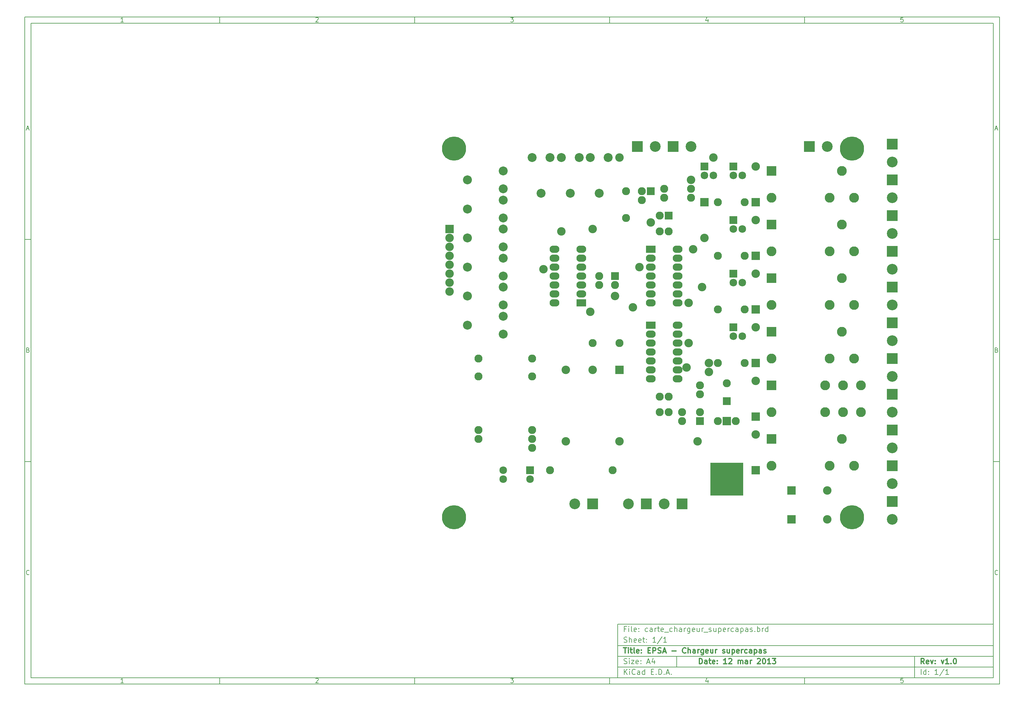
<source format=gbs>
G04 (created by PCBNEW-RS274X (2012-01-19 BZR 3256)-stable) date 12/03/2013 15:56:57*
G01*
G70*
G90*
%MOIN*%
G04 Gerber Fmt 3.4, Leading zero omitted, Abs format*
%FSLAX34Y34*%
G04 APERTURE LIST*
%ADD10C,0.006000*%
%ADD11C,0.012000*%
%ADD12C,0.090000*%
%ADD13R,0.090000X0.090000*%
%ADD14C,0.085000*%
%ADD15C,0.100000*%
%ADD16R,0.110000X0.110000*%
%ADD17C,0.110000*%
%ADD18C,0.095000*%
%ADD19R,0.095000X0.095000*%
%ADD20R,0.110000X0.082000*%
%ADD21O,0.110000X0.082000*%
%ADD22C,0.270000*%
%ADD23R,0.370000X0.370000*%
%ADD24R,0.120000X0.120000*%
%ADD25C,0.120000*%
G04 APERTURE END LIST*
G54D10*
X04000Y-04000D02*
X113000Y-04000D01*
X113000Y-78670D01*
X04000Y-78670D01*
X04000Y-04000D01*
X04700Y-04700D02*
X112300Y-04700D01*
X112300Y-77970D01*
X04700Y-77970D01*
X04700Y-04700D01*
X25800Y-04000D02*
X25800Y-04700D01*
X15043Y-04552D02*
X14757Y-04552D01*
X14900Y-04552D02*
X14900Y-04052D01*
X14852Y-04124D01*
X14805Y-04171D01*
X14757Y-04195D01*
X25800Y-78670D02*
X25800Y-77970D01*
X15043Y-78522D02*
X14757Y-78522D01*
X14900Y-78522D02*
X14900Y-78022D01*
X14852Y-78094D01*
X14805Y-78141D01*
X14757Y-78165D01*
X47600Y-04000D02*
X47600Y-04700D01*
X36557Y-04100D02*
X36581Y-04076D01*
X36629Y-04052D01*
X36748Y-04052D01*
X36795Y-04076D01*
X36819Y-04100D01*
X36843Y-04148D01*
X36843Y-04195D01*
X36819Y-04267D01*
X36533Y-04552D01*
X36843Y-04552D01*
X47600Y-78670D02*
X47600Y-77970D01*
X36557Y-78070D02*
X36581Y-78046D01*
X36629Y-78022D01*
X36748Y-78022D01*
X36795Y-78046D01*
X36819Y-78070D01*
X36843Y-78118D01*
X36843Y-78165D01*
X36819Y-78237D01*
X36533Y-78522D01*
X36843Y-78522D01*
X69400Y-04000D02*
X69400Y-04700D01*
X58333Y-04052D02*
X58643Y-04052D01*
X58476Y-04243D01*
X58548Y-04243D01*
X58595Y-04267D01*
X58619Y-04290D01*
X58643Y-04338D01*
X58643Y-04457D01*
X58619Y-04505D01*
X58595Y-04529D01*
X58548Y-04552D01*
X58405Y-04552D01*
X58357Y-04529D01*
X58333Y-04505D01*
X69400Y-78670D02*
X69400Y-77970D01*
X58333Y-78022D02*
X58643Y-78022D01*
X58476Y-78213D01*
X58548Y-78213D01*
X58595Y-78237D01*
X58619Y-78260D01*
X58643Y-78308D01*
X58643Y-78427D01*
X58619Y-78475D01*
X58595Y-78499D01*
X58548Y-78522D01*
X58405Y-78522D01*
X58357Y-78499D01*
X58333Y-78475D01*
X91200Y-04000D02*
X91200Y-04700D01*
X80395Y-04219D02*
X80395Y-04552D01*
X80276Y-04029D02*
X80157Y-04386D01*
X80467Y-04386D01*
X91200Y-78670D02*
X91200Y-77970D01*
X80395Y-78189D02*
X80395Y-78522D01*
X80276Y-77999D02*
X80157Y-78356D01*
X80467Y-78356D01*
X102219Y-04052D02*
X101981Y-04052D01*
X101957Y-04290D01*
X101981Y-04267D01*
X102029Y-04243D01*
X102148Y-04243D01*
X102195Y-04267D01*
X102219Y-04290D01*
X102243Y-04338D01*
X102243Y-04457D01*
X102219Y-04505D01*
X102195Y-04529D01*
X102148Y-04552D01*
X102029Y-04552D01*
X101981Y-04529D01*
X101957Y-04505D01*
X102219Y-78022D02*
X101981Y-78022D01*
X101957Y-78260D01*
X101981Y-78237D01*
X102029Y-78213D01*
X102148Y-78213D01*
X102195Y-78237D01*
X102219Y-78260D01*
X102243Y-78308D01*
X102243Y-78427D01*
X102219Y-78475D01*
X102195Y-78499D01*
X102148Y-78522D01*
X102029Y-78522D01*
X101981Y-78499D01*
X101957Y-78475D01*
X04000Y-28890D02*
X04700Y-28890D01*
X04231Y-16510D02*
X04469Y-16510D01*
X04184Y-16652D02*
X04350Y-16152D01*
X04517Y-16652D01*
X113000Y-28890D02*
X112300Y-28890D01*
X112531Y-16510D02*
X112769Y-16510D01*
X112484Y-16652D02*
X112650Y-16152D01*
X112817Y-16652D01*
X04000Y-53780D02*
X04700Y-53780D01*
X04386Y-41280D02*
X04457Y-41304D01*
X04481Y-41328D01*
X04505Y-41376D01*
X04505Y-41447D01*
X04481Y-41495D01*
X04457Y-41519D01*
X04410Y-41542D01*
X04219Y-41542D01*
X04219Y-41042D01*
X04386Y-41042D01*
X04433Y-41066D01*
X04457Y-41090D01*
X04481Y-41138D01*
X04481Y-41185D01*
X04457Y-41233D01*
X04433Y-41257D01*
X04386Y-41280D01*
X04219Y-41280D01*
X113000Y-53780D02*
X112300Y-53780D01*
X112686Y-41280D02*
X112757Y-41304D01*
X112781Y-41328D01*
X112805Y-41376D01*
X112805Y-41447D01*
X112781Y-41495D01*
X112757Y-41519D01*
X112710Y-41542D01*
X112519Y-41542D01*
X112519Y-41042D01*
X112686Y-41042D01*
X112733Y-41066D01*
X112757Y-41090D01*
X112781Y-41138D01*
X112781Y-41185D01*
X112757Y-41233D01*
X112733Y-41257D01*
X112686Y-41280D01*
X112519Y-41280D01*
X04505Y-66385D02*
X04481Y-66409D01*
X04410Y-66432D01*
X04362Y-66432D01*
X04290Y-66409D01*
X04243Y-66361D01*
X04219Y-66313D01*
X04195Y-66218D01*
X04195Y-66147D01*
X04219Y-66051D01*
X04243Y-66004D01*
X04290Y-65956D01*
X04362Y-65932D01*
X04410Y-65932D01*
X04481Y-65956D01*
X04505Y-65980D01*
X112805Y-66385D02*
X112781Y-66409D01*
X112710Y-66432D01*
X112662Y-66432D01*
X112590Y-66409D01*
X112543Y-66361D01*
X112519Y-66313D01*
X112495Y-66218D01*
X112495Y-66147D01*
X112519Y-66051D01*
X112543Y-66004D01*
X112590Y-65956D01*
X112662Y-65932D01*
X112710Y-65932D01*
X112781Y-65956D01*
X112805Y-65980D01*
G54D11*
X79443Y-76413D02*
X79443Y-75813D01*
X79586Y-75813D01*
X79671Y-75841D01*
X79729Y-75899D01*
X79757Y-75956D01*
X79786Y-76070D01*
X79786Y-76156D01*
X79757Y-76270D01*
X79729Y-76327D01*
X79671Y-76384D01*
X79586Y-76413D01*
X79443Y-76413D01*
X80300Y-76413D02*
X80300Y-76099D01*
X80271Y-76041D01*
X80214Y-76013D01*
X80100Y-76013D01*
X80043Y-76041D01*
X80300Y-76384D02*
X80243Y-76413D01*
X80100Y-76413D01*
X80043Y-76384D01*
X80014Y-76327D01*
X80014Y-76270D01*
X80043Y-76213D01*
X80100Y-76184D01*
X80243Y-76184D01*
X80300Y-76156D01*
X80500Y-76013D02*
X80729Y-76013D01*
X80586Y-75813D02*
X80586Y-76327D01*
X80614Y-76384D01*
X80672Y-76413D01*
X80729Y-76413D01*
X81157Y-76384D02*
X81100Y-76413D01*
X80986Y-76413D01*
X80929Y-76384D01*
X80900Y-76327D01*
X80900Y-76099D01*
X80929Y-76041D01*
X80986Y-76013D01*
X81100Y-76013D01*
X81157Y-76041D01*
X81186Y-76099D01*
X81186Y-76156D01*
X80900Y-76213D01*
X81443Y-76356D02*
X81471Y-76384D01*
X81443Y-76413D01*
X81414Y-76384D01*
X81443Y-76356D01*
X81443Y-76413D01*
X81443Y-76041D02*
X81471Y-76070D01*
X81443Y-76099D01*
X81414Y-76070D01*
X81443Y-76041D01*
X81443Y-76099D01*
X82500Y-76413D02*
X82157Y-76413D01*
X82329Y-76413D02*
X82329Y-75813D01*
X82272Y-75899D01*
X82214Y-75956D01*
X82157Y-75984D01*
X82728Y-75870D02*
X82757Y-75841D01*
X82814Y-75813D01*
X82957Y-75813D01*
X83014Y-75841D01*
X83043Y-75870D01*
X83071Y-75927D01*
X83071Y-75984D01*
X83043Y-76070D01*
X82700Y-76413D01*
X83071Y-76413D01*
X83785Y-76413D02*
X83785Y-76013D01*
X83785Y-76070D02*
X83813Y-76041D01*
X83871Y-76013D01*
X83956Y-76013D01*
X84013Y-76041D01*
X84042Y-76099D01*
X84042Y-76413D01*
X84042Y-76099D02*
X84071Y-76041D01*
X84128Y-76013D01*
X84213Y-76013D01*
X84271Y-76041D01*
X84299Y-76099D01*
X84299Y-76413D01*
X84842Y-76413D02*
X84842Y-76099D01*
X84813Y-76041D01*
X84756Y-76013D01*
X84642Y-76013D01*
X84585Y-76041D01*
X84842Y-76384D02*
X84785Y-76413D01*
X84642Y-76413D01*
X84585Y-76384D01*
X84556Y-76327D01*
X84556Y-76270D01*
X84585Y-76213D01*
X84642Y-76184D01*
X84785Y-76184D01*
X84842Y-76156D01*
X85128Y-76413D02*
X85128Y-76013D01*
X85128Y-76127D02*
X85156Y-76070D01*
X85185Y-76041D01*
X85242Y-76013D01*
X85299Y-76013D01*
X85927Y-75870D02*
X85956Y-75841D01*
X86013Y-75813D01*
X86156Y-75813D01*
X86213Y-75841D01*
X86242Y-75870D01*
X86270Y-75927D01*
X86270Y-75984D01*
X86242Y-76070D01*
X85899Y-76413D01*
X86270Y-76413D01*
X86641Y-75813D02*
X86698Y-75813D01*
X86755Y-75841D01*
X86784Y-75870D01*
X86813Y-75927D01*
X86841Y-76041D01*
X86841Y-76184D01*
X86813Y-76299D01*
X86784Y-76356D01*
X86755Y-76384D01*
X86698Y-76413D01*
X86641Y-76413D01*
X86584Y-76384D01*
X86555Y-76356D01*
X86527Y-76299D01*
X86498Y-76184D01*
X86498Y-76041D01*
X86527Y-75927D01*
X86555Y-75870D01*
X86584Y-75841D01*
X86641Y-75813D01*
X87412Y-76413D02*
X87069Y-76413D01*
X87241Y-76413D02*
X87241Y-75813D01*
X87184Y-75899D01*
X87126Y-75956D01*
X87069Y-75984D01*
X87612Y-75813D02*
X87983Y-75813D01*
X87783Y-76041D01*
X87869Y-76041D01*
X87926Y-76070D01*
X87955Y-76099D01*
X87983Y-76156D01*
X87983Y-76299D01*
X87955Y-76356D01*
X87926Y-76384D01*
X87869Y-76413D01*
X87697Y-76413D01*
X87640Y-76384D01*
X87612Y-76356D01*
G54D10*
X71043Y-77613D02*
X71043Y-77013D01*
X71386Y-77613D02*
X71129Y-77270D01*
X71386Y-77013D02*
X71043Y-77356D01*
X71643Y-77613D02*
X71643Y-77213D01*
X71643Y-77013D02*
X71614Y-77041D01*
X71643Y-77070D01*
X71671Y-77041D01*
X71643Y-77013D01*
X71643Y-77070D01*
X72272Y-77556D02*
X72243Y-77584D01*
X72157Y-77613D01*
X72100Y-77613D01*
X72015Y-77584D01*
X71957Y-77527D01*
X71929Y-77470D01*
X71900Y-77356D01*
X71900Y-77270D01*
X71929Y-77156D01*
X71957Y-77099D01*
X72015Y-77041D01*
X72100Y-77013D01*
X72157Y-77013D01*
X72243Y-77041D01*
X72272Y-77070D01*
X72786Y-77613D02*
X72786Y-77299D01*
X72757Y-77241D01*
X72700Y-77213D01*
X72586Y-77213D01*
X72529Y-77241D01*
X72786Y-77584D02*
X72729Y-77613D01*
X72586Y-77613D01*
X72529Y-77584D01*
X72500Y-77527D01*
X72500Y-77470D01*
X72529Y-77413D01*
X72586Y-77384D01*
X72729Y-77384D01*
X72786Y-77356D01*
X73329Y-77613D02*
X73329Y-77013D01*
X73329Y-77584D02*
X73272Y-77613D01*
X73158Y-77613D01*
X73100Y-77584D01*
X73072Y-77556D01*
X73043Y-77499D01*
X73043Y-77327D01*
X73072Y-77270D01*
X73100Y-77241D01*
X73158Y-77213D01*
X73272Y-77213D01*
X73329Y-77241D01*
X74072Y-77299D02*
X74272Y-77299D01*
X74358Y-77613D02*
X74072Y-77613D01*
X74072Y-77013D01*
X74358Y-77013D01*
X74615Y-77556D02*
X74643Y-77584D01*
X74615Y-77613D01*
X74586Y-77584D01*
X74615Y-77556D01*
X74615Y-77613D01*
X74901Y-77613D02*
X74901Y-77013D01*
X75044Y-77013D01*
X75129Y-77041D01*
X75187Y-77099D01*
X75215Y-77156D01*
X75244Y-77270D01*
X75244Y-77356D01*
X75215Y-77470D01*
X75187Y-77527D01*
X75129Y-77584D01*
X75044Y-77613D01*
X74901Y-77613D01*
X75501Y-77556D02*
X75529Y-77584D01*
X75501Y-77613D01*
X75472Y-77584D01*
X75501Y-77556D01*
X75501Y-77613D01*
X75758Y-77441D02*
X76044Y-77441D01*
X75701Y-77613D02*
X75901Y-77013D01*
X76101Y-77613D01*
X76301Y-77556D02*
X76329Y-77584D01*
X76301Y-77613D01*
X76272Y-77584D01*
X76301Y-77556D01*
X76301Y-77613D01*
G54D11*
X104586Y-76413D02*
X104386Y-76127D01*
X104243Y-76413D02*
X104243Y-75813D01*
X104471Y-75813D01*
X104529Y-75841D01*
X104557Y-75870D01*
X104586Y-75927D01*
X104586Y-76013D01*
X104557Y-76070D01*
X104529Y-76099D01*
X104471Y-76127D01*
X104243Y-76127D01*
X105071Y-76384D02*
X105014Y-76413D01*
X104900Y-76413D01*
X104843Y-76384D01*
X104814Y-76327D01*
X104814Y-76099D01*
X104843Y-76041D01*
X104900Y-76013D01*
X105014Y-76013D01*
X105071Y-76041D01*
X105100Y-76099D01*
X105100Y-76156D01*
X104814Y-76213D01*
X105300Y-76013D02*
X105443Y-76413D01*
X105585Y-76013D01*
X105814Y-76356D02*
X105842Y-76384D01*
X105814Y-76413D01*
X105785Y-76384D01*
X105814Y-76356D01*
X105814Y-76413D01*
X105814Y-76041D02*
X105842Y-76070D01*
X105814Y-76099D01*
X105785Y-76070D01*
X105814Y-76041D01*
X105814Y-76099D01*
X106500Y-76013D02*
X106643Y-76413D01*
X106785Y-76013D01*
X107328Y-76413D02*
X106985Y-76413D01*
X107157Y-76413D02*
X107157Y-75813D01*
X107100Y-75899D01*
X107042Y-75956D01*
X106985Y-75984D01*
X107585Y-76356D02*
X107613Y-76384D01*
X107585Y-76413D01*
X107556Y-76384D01*
X107585Y-76356D01*
X107585Y-76413D01*
X107985Y-75813D02*
X108042Y-75813D01*
X108099Y-75841D01*
X108128Y-75870D01*
X108157Y-75927D01*
X108185Y-76041D01*
X108185Y-76184D01*
X108157Y-76299D01*
X108128Y-76356D01*
X108099Y-76384D01*
X108042Y-76413D01*
X107985Y-76413D01*
X107928Y-76384D01*
X107899Y-76356D01*
X107871Y-76299D01*
X107842Y-76184D01*
X107842Y-76041D01*
X107871Y-75927D01*
X107899Y-75870D01*
X107928Y-75841D01*
X107985Y-75813D01*
G54D10*
X71014Y-76384D02*
X71100Y-76413D01*
X71243Y-76413D01*
X71300Y-76384D01*
X71329Y-76356D01*
X71357Y-76299D01*
X71357Y-76241D01*
X71329Y-76184D01*
X71300Y-76156D01*
X71243Y-76127D01*
X71129Y-76099D01*
X71071Y-76070D01*
X71043Y-76041D01*
X71014Y-75984D01*
X71014Y-75927D01*
X71043Y-75870D01*
X71071Y-75841D01*
X71129Y-75813D01*
X71271Y-75813D01*
X71357Y-75841D01*
X71614Y-76413D02*
X71614Y-76013D01*
X71614Y-75813D02*
X71585Y-75841D01*
X71614Y-75870D01*
X71642Y-75841D01*
X71614Y-75813D01*
X71614Y-75870D01*
X71843Y-76013D02*
X72157Y-76013D01*
X71843Y-76413D01*
X72157Y-76413D01*
X72614Y-76384D02*
X72557Y-76413D01*
X72443Y-76413D01*
X72386Y-76384D01*
X72357Y-76327D01*
X72357Y-76099D01*
X72386Y-76041D01*
X72443Y-76013D01*
X72557Y-76013D01*
X72614Y-76041D01*
X72643Y-76099D01*
X72643Y-76156D01*
X72357Y-76213D01*
X72900Y-76356D02*
X72928Y-76384D01*
X72900Y-76413D01*
X72871Y-76384D01*
X72900Y-76356D01*
X72900Y-76413D01*
X72900Y-76041D02*
X72928Y-76070D01*
X72900Y-76099D01*
X72871Y-76070D01*
X72900Y-76041D01*
X72900Y-76099D01*
X73614Y-76241D02*
X73900Y-76241D01*
X73557Y-76413D02*
X73757Y-75813D01*
X73957Y-76413D01*
X74414Y-76013D02*
X74414Y-76413D01*
X74271Y-75784D02*
X74128Y-76213D01*
X74500Y-76213D01*
X104243Y-77613D02*
X104243Y-77013D01*
X104786Y-77613D02*
X104786Y-77013D01*
X104786Y-77584D02*
X104729Y-77613D01*
X104615Y-77613D01*
X104557Y-77584D01*
X104529Y-77556D01*
X104500Y-77499D01*
X104500Y-77327D01*
X104529Y-77270D01*
X104557Y-77241D01*
X104615Y-77213D01*
X104729Y-77213D01*
X104786Y-77241D01*
X105072Y-77556D02*
X105100Y-77584D01*
X105072Y-77613D01*
X105043Y-77584D01*
X105072Y-77556D01*
X105072Y-77613D01*
X105072Y-77241D02*
X105100Y-77270D01*
X105072Y-77299D01*
X105043Y-77270D01*
X105072Y-77241D01*
X105072Y-77299D01*
X106129Y-77613D02*
X105786Y-77613D01*
X105958Y-77613D02*
X105958Y-77013D01*
X105901Y-77099D01*
X105843Y-77156D01*
X105786Y-77184D01*
X106814Y-76984D02*
X106300Y-77756D01*
X107329Y-77613D02*
X106986Y-77613D01*
X107158Y-77613D02*
X107158Y-77013D01*
X107101Y-77099D01*
X107043Y-77156D01*
X106986Y-77184D01*
G54D11*
X70957Y-74613D02*
X71300Y-74613D01*
X71129Y-75213D02*
X71129Y-74613D01*
X71500Y-75213D02*
X71500Y-74813D01*
X71500Y-74613D02*
X71471Y-74641D01*
X71500Y-74670D01*
X71528Y-74641D01*
X71500Y-74613D01*
X71500Y-74670D01*
X71700Y-74813D02*
X71929Y-74813D01*
X71786Y-74613D02*
X71786Y-75127D01*
X71814Y-75184D01*
X71872Y-75213D01*
X71929Y-75213D01*
X72215Y-75213D02*
X72157Y-75184D01*
X72129Y-75127D01*
X72129Y-74613D01*
X72671Y-75184D02*
X72614Y-75213D01*
X72500Y-75213D01*
X72443Y-75184D01*
X72414Y-75127D01*
X72414Y-74899D01*
X72443Y-74841D01*
X72500Y-74813D01*
X72614Y-74813D01*
X72671Y-74841D01*
X72700Y-74899D01*
X72700Y-74956D01*
X72414Y-75013D01*
X72957Y-75156D02*
X72985Y-75184D01*
X72957Y-75213D01*
X72928Y-75184D01*
X72957Y-75156D01*
X72957Y-75213D01*
X72957Y-74841D02*
X72985Y-74870D01*
X72957Y-74899D01*
X72928Y-74870D01*
X72957Y-74841D01*
X72957Y-74899D01*
X73700Y-74899D02*
X73900Y-74899D01*
X73986Y-75213D02*
X73700Y-75213D01*
X73700Y-74613D01*
X73986Y-74613D01*
X74243Y-75213D02*
X74243Y-74613D01*
X74471Y-74613D01*
X74529Y-74641D01*
X74557Y-74670D01*
X74586Y-74727D01*
X74586Y-74813D01*
X74557Y-74870D01*
X74529Y-74899D01*
X74471Y-74927D01*
X74243Y-74927D01*
X74814Y-75184D02*
X74900Y-75213D01*
X75043Y-75213D01*
X75100Y-75184D01*
X75129Y-75156D01*
X75157Y-75099D01*
X75157Y-75041D01*
X75129Y-74984D01*
X75100Y-74956D01*
X75043Y-74927D01*
X74929Y-74899D01*
X74871Y-74870D01*
X74843Y-74841D01*
X74814Y-74784D01*
X74814Y-74727D01*
X74843Y-74670D01*
X74871Y-74641D01*
X74929Y-74613D01*
X75071Y-74613D01*
X75157Y-74641D01*
X75385Y-75041D02*
X75671Y-75041D01*
X75328Y-75213D02*
X75528Y-74613D01*
X75728Y-75213D01*
X76385Y-74984D02*
X76842Y-74984D01*
X77928Y-75156D02*
X77899Y-75184D01*
X77813Y-75213D01*
X77756Y-75213D01*
X77671Y-75184D01*
X77613Y-75127D01*
X77585Y-75070D01*
X77556Y-74956D01*
X77556Y-74870D01*
X77585Y-74756D01*
X77613Y-74699D01*
X77671Y-74641D01*
X77756Y-74613D01*
X77813Y-74613D01*
X77899Y-74641D01*
X77928Y-74670D01*
X78185Y-75213D02*
X78185Y-74613D01*
X78442Y-75213D02*
X78442Y-74899D01*
X78413Y-74841D01*
X78356Y-74813D01*
X78271Y-74813D01*
X78213Y-74841D01*
X78185Y-74870D01*
X78985Y-75213D02*
X78985Y-74899D01*
X78956Y-74841D01*
X78899Y-74813D01*
X78785Y-74813D01*
X78728Y-74841D01*
X78985Y-75184D02*
X78928Y-75213D01*
X78785Y-75213D01*
X78728Y-75184D01*
X78699Y-75127D01*
X78699Y-75070D01*
X78728Y-75013D01*
X78785Y-74984D01*
X78928Y-74984D01*
X78985Y-74956D01*
X79271Y-75213D02*
X79271Y-74813D01*
X79271Y-74927D02*
X79299Y-74870D01*
X79328Y-74841D01*
X79385Y-74813D01*
X79442Y-74813D01*
X79899Y-74813D02*
X79899Y-75299D01*
X79870Y-75356D01*
X79842Y-75384D01*
X79785Y-75413D01*
X79699Y-75413D01*
X79642Y-75384D01*
X79899Y-75184D02*
X79842Y-75213D01*
X79728Y-75213D01*
X79670Y-75184D01*
X79642Y-75156D01*
X79613Y-75099D01*
X79613Y-74927D01*
X79642Y-74870D01*
X79670Y-74841D01*
X79728Y-74813D01*
X79842Y-74813D01*
X79899Y-74841D01*
X80413Y-75184D02*
X80356Y-75213D01*
X80242Y-75213D01*
X80185Y-75184D01*
X80156Y-75127D01*
X80156Y-74899D01*
X80185Y-74841D01*
X80242Y-74813D01*
X80356Y-74813D01*
X80413Y-74841D01*
X80442Y-74899D01*
X80442Y-74956D01*
X80156Y-75013D01*
X80956Y-74813D02*
X80956Y-75213D01*
X80699Y-74813D02*
X80699Y-75127D01*
X80727Y-75184D01*
X80785Y-75213D01*
X80870Y-75213D01*
X80927Y-75184D01*
X80956Y-75156D01*
X81242Y-75213D02*
X81242Y-74813D01*
X81242Y-74927D02*
X81270Y-74870D01*
X81299Y-74841D01*
X81356Y-74813D01*
X81413Y-74813D01*
X82041Y-75184D02*
X82098Y-75213D01*
X82213Y-75213D01*
X82270Y-75184D01*
X82298Y-75127D01*
X82298Y-75099D01*
X82270Y-75041D01*
X82213Y-75013D01*
X82127Y-75013D01*
X82070Y-74984D01*
X82041Y-74927D01*
X82041Y-74899D01*
X82070Y-74841D01*
X82127Y-74813D01*
X82213Y-74813D01*
X82270Y-74841D01*
X82813Y-74813D02*
X82813Y-75213D01*
X82556Y-74813D02*
X82556Y-75127D01*
X82584Y-75184D01*
X82642Y-75213D01*
X82727Y-75213D01*
X82784Y-75184D01*
X82813Y-75156D01*
X83099Y-74813D02*
X83099Y-75413D01*
X83099Y-74841D02*
X83156Y-74813D01*
X83270Y-74813D01*
X83327Y-74841D01*
X83356Y-74870D01*
X83385Y-74927D01*
X83385Y-75099D01*
X83356Y-75156D01*
X83327Y-75184D01*
X83270Y-75213D01*
X83156Y-75213D01*
X83099Y-75184D01*
X83870Y-75184D02*
X83813Y-75213D01*
X83699Y-75213D01*
X83642Y-75184D01*
X83613Y-75127D01*
X83613Y-74899D01*
X83642Y-74841D01*
X83699Y-74813D01*
X83813Y-74813D01*
X83870Y-74841D01*
X83899Y-74899D01*
X83899Y-74956D01*
X83613Y-75013D01*
X84156Y-75213D02*
X84156Y-74813D01*
X84156Y-74927D02*
X84184Y-74870D01*
X84213Y-74841D01*
X84270Y-74813D01*
X84327Y-74813D01*
X84784Y-75184D02*
X84727Y-75213D01*
X84613Y-75213D01*
X84555Y-75184D01*
X84527Y-75156D01*
X84498Y-75099D01*
X84498Y-74927D01*
X84527Y-74870D01*
X84555Y-74841D01*
X84613Y-74813D01*
X84727Y-74813D01*
X84784Y-74841D01*
X85298Y-75213D02*
X85298Y-74899D01*
X85269Y-74841D01*
X85212Y-74813D01*
X85098Y-74813D01*
X85041Y-74841D01*
X85298Y-75184D02*
X85241Y-75213D01*
X85098Y-75213D01*
X85041Y-75184D01*
X85012Y-75127D01*
X85012Y-75070D01*
X85041Y-75013D01*
X85098Y-74984D01*
X85241Y-74984D01*
X85298Y-74956D01*
X85584Y-74813D02*
X85584Y-75413D01*
X85584Y-74841D02*
X85641Y-74813D01*
X85755Y-74813D01*
X85812Y-74841D01*
X85841Y-74870D01*
X85870Y-74927D01*
X85870Y-75099D01*
X85841Y-75156D01*
X85812Y-75184D01*
X85755Y-75213D01*
X85641Y-75213D01*
X85584Y-75184D01*
X86384Y-75213D02*
X86384Y-74899D01*
X86355Y-74841D01*
X86298Y-74813D01*
X86184Y-74813D01*
X86127Y-74841D01*
X86384Y-75184D02*
X86327Y-75213D01*
X86184Y-75213D01*
X86127Y-75184D01*
X86098Y-75127D01*
X86098Y-75070D01*
X86127Y-75013D01*
X86184Y-74984D01*
X86327Y-74984D01*
X86384Y-74956D01*
X86641Y-75184D02*
X86698Y-75213D01*
X86813Y-75213D01*
X86870Y-75184D01*
X86898Y-75127D01*
X86898Y-75099D01*
X86870Y-75041D01*
X86813Y-75013D01*
X86727Y-75013D01*
X86670Y-74984D01*
X86641Y-74927D01*
X86641Y-74899D01*
X86670Y-74841D01*
X86727Y-74813D01*
X86813Y-74813D01*
X86870Y-74841D01*
G54D10*
X71243Y-72499D02*
X71043Y-72499D01*
X71043Y-72813D02*
X71043Y-72213D01*
X71329Y-72213D01*
X71557Y-72813D02*
X71557Y-72413D01*
X71557Y-72213D02*
X71528Y-72241D01*
X71557Y-72270D01*
X71585Y-72241D01*
X71557Y-72213D01*
X71557Y-72270D01*
X71929Y-72813D02*
X71871Y-72784D01*
X71843Y-72727D01*
X71843Y-72213D01*
X72385Y-72784D02*
X72328Y-72813D01*
X72214Y-72813D01*
X72157Y-72784D01*
X72128Y-72727D01*
X72128Y-72499D01*
X72157Y-72441D01*
X72214Y-72413D01*
X72328Y-72413D01*
X72385Y-72441D01*
X72414Y-72499D01*
X72414Y-72556D01*
X72128Y-72613D01*
X72671Y-72756D02*
X72699Y-72784D01*
X72671Y-72813D01*
X72642Y-72784D01*
X72671Y-72756D01*
X72671Y-72813D01*
X72671Y-72441D02*
X72699Y-72470D01*
X72671Y-72499D01*
X72642Y-72470D01*
X72671Y-72441D01*
X72671Y-72499D01*
X73671Y-72784D02*
X73614Y-72813D01*
X73500Y-72813D01*
X73442Y-72784D01*
X73414Y-72756D01*
X73385Y-72699D01*
X73385Y-72527D01*
X73414Y-72470D01*
X73442Y-72441D01*
X73500Y-72413D01*
X73614Y-72413D01*
X73671Y-72441D01*
X74185Y-72813D02*
X74185Y-72499D01*
X74156Y-72441D01*
X74099Y-72413D01*
X73985Y-72413D01*
X73928Y-72441D01*
X74185Y-72784D02*
X74128Y-72813D01*
X73985Y-72813D01*
X73928Y-72784D01*
X73899Y-72727D01*
X73899Y-72670D01*
X73928Y-72613D01*
X73985Y-72584D01*
X74128Y-72584D01*
X74185Y-72556D01*
X74471Y-72813D02*
X74471Y-72413D01*
X74471Y-72527D02*
X74499Y-72470D01*
X74528Y-72441D01*
X74585Y-72413D01*
X74642Y-72413D01*
X74756Y-72413D02*
X74985Y-72413D01*
X74842Y-72213D02*
X74842Y-72727D01*
X74870Y-72784D01*
X74928Y-72813D01*
X74985Y-72813D01*
X75413Y-72784D02*
X75356Y-72813D01*
X75242Y-72813D01*
X75185Y-72784D01*
X75156Y-72727D01*
X75156Y-72499D01*
X75185Y-72441D01*
X75242Y-72413D01*
X75356Y-72413D01*
X75413Y-72441D01*
X75442Y-72499D01*
X75442Y-72556D01*
X75156Y-72613D01*
X75556Y-72870D02*
X76013Y-72870D01*
X76413Y-72784D02*
X76356Y-72813D01*
X76242Y-72813D01*
X76184Y-72784D01*
X76156Y-72756D01*
X76127Y-72699D01*
X76127Y-72527D01*
X76156Y-72470D01*
X76184Y-72441D01*
X76242Y-72413D01*
X76356Y-72413D01*
X76413Y-72441D01*
X76670Y-72813D02*
X76670Y-72213D01*
X76927Y-72813D02*
X76927Y-72499D01*
X76898Y-72441D01*
X76841Y-72413D01*
X76756Y-72413D01*
X76698Y-72441D01*
X76670Y-72470D01*
X77470Y-72813D02*
X77470Y-72499D01*
X77441Y-72441D01*
X77384Y-72413D01*
X77270Y-72413D01*
X77213Y-72441D01*
X77470Y-72784D02*
X77413Y-72813D01*
X77270Y-72813D01*
X77213Y-72784D01*
X77184Y-72727D01*
X77184Y-72670D01*
X77213Y-72613D01*
X77270Y-72584D01*
X77413Y-72584D01*
X77470Y-72556D01*
X77756Y-72813D02*
X77756Y-72413D01*
X77756Y-72527D02*
X77784Y-72470D01*
X77813Y-72441D01*
X77870Y-72413D01*
X77927Y-72413D01*
X78384Y-72413D02*
X78384Y-72899D01*
X78355Y-72956D01*
X78327Y-72984D01*
X78270Y-73013D01*
X78184Y-73013D01*
X78127Y-72984D01*
X78384Y-72784D02*
X78327Y-72813D01*
X78213Y-72813D01*
X78155Y-72784D01*
X78127Y-72756D01*
X78098Y-72699D01*
X78098Y-72527D01*
X78127Y-72470D01*
X78155Y-72441D01*
X78213Y-72413D01*
X78327Y-72413D01*
X78384Y-72441D01*
X78898Y-72784D02*
X78841Y-72813D01*
X78727Y-72813D01*
X78670Y-72784D01*
X78641Y-72727D01*
X78641Y-72499D01*
X78670Y-72441D01*
X78727Y-72413D01*
X78841Y-72413D01*
X78898Y-72441D01*
X78927Y-72499D01*
X78927Y-72556D01*
X78641Y-72613D01*
X79441Y-72413D02*
X79441Y-72813D01*
X79184Y-72413D02*
X79184Y-72727D01*
X79212Y-72784D01*
X79270Y-72813D01*
X79355Y-72813D01*
X79412Y-72784D01*
X79441Y-72756D01*
X79727Y-72813D02*
X79727Y-72413D01*
X79727Y-72527D02*
X79755Y-72470D01*
X79784Y-72441D01*
X79841Y-72413D01*
X79898Y-72413D01*
X79955Y-72870D02*
X80412Y-72870D01*
X80526Y-72784D02*
X80583Y-72813D01*
X80698Y-72813D01*
X80755Y-72784D01*
X80783Y-72727D01*
X80783Y-72699D01*
X80755Y-72641D01*
X80698Y-72613D01*
X80612Y-72613D01*
X80555Y-72584D01*
X80526Y-72527D01*
X80526Y-72499D01*
X80555Y-72441D01*
X80612Y-72413D01*
X80698Y-72413D01*
X80755Y-72441D01*
X81298Y-72413D02*
X81298Y-72813D01*
X81041Y-72413D02*
X81041Y-72727D01*
X81069Y-72784D01*
X81127Y-72813D01*
X81212Y-72813D01*
X81269Y-72784D01*
X81298Y-72756D01*
X81584Y-72413D02*
X81584Y-73013D01*
X81584Y-72441D02*
X81641Y-72413D01*
X81755Y-72413D01*
X81812Y-72441D01*
X81841Y-72470D01*
X81870Y-72527D01*
X81870Y-72699D01*
X81841Y-72756D01*
X81812Y-72784D01*
X81755Y-72813D01*
X81641Y-72813D01*
X81584Y-72784D01*
X82355Y-72784D02*
X82298Y-72813D01*
X82184Y-72813D01*
X82127Y-72784D01*
X82098Y-72727D01*
X82098Y-72499D01*
X82127Y-72441D01*
X82184Y-72413D01*
X82298Y-72413D01*
X82355Y-72441D01*
X82384Y-72499D01*
X82384Y-72556D01*
X82098Y-72613D01*
X82641Y-72813D02*
X82641Y-72413D01*
X82641Y-72527D02*
X82669Y-72470D01*
X82698Y-72441D01*
X82755Y-72413D01*
X82812Y-72413D01*
X83269Y-72784D02*
X83212Y-72813D01*
X83098Y-72813D01*
X83040Y-72784D01*
X83012Y-72756D01*
X82983Y-72699D01*
X82983Y-72527D01*
X83012Y-72470D01*
X83040Y-72441D01*
X83098Y-72413D01*
X83212Y-72413D01*
X83269Y-72441D01*
X83783Y-72813D02*
X83783Y-72499D01*
X83754Y-72441D01*
X83697Y-72413D01*
X83583Y-72413D01*
X83526Y-72441D01*
X83783Y-72784D02*
X83726Y-72813D01*
X83583Y-72813D01*
X83526Y-72784D01*
X83497Y-72727D01*
X83497Y-72670D01*
X83526Y-72613D01*
X83583Y-72584D01*
X83726Y-72584D01*
X83783Y-72556D01*
X84069Y-72413D02*
X84069Y-73013D01*
X84069Y-72441D02*
X84126Y-72413D01*
X84240Y-72413D01*
X84297Y-72441D01*
X84326Y-72470D01*
X84355Y-72527D01*
X84355Y-72699D01*
X84326Y-72756D01*
X84297Y-72784D01*
X84240Y-72813D01*
X84126Y-72813D01*
X84069Y-72784D01*
X84869Y-72813D02*
X84869Y-72499D01*
X84840Y-72441D01*
X84783Y-72413D01*
X84669Y-72413D01*
X84612Y-72441D01*
X84869Y-72784D02*
X84812Y-72813D01*
X84669Y-72813D01*
X84612Y-72784D01*
X84583Y-72727D01*
X84583Y-72670D01*
X84612Y-72613D01*
X84669Y-72584D01*
X84812Y-72584D01*
X84869Y-72556D01*
X85126Y-72784D02*
X85183Y-72813D01*
X85298Y-72813D01*
X85355Y-72784D01*
X85383Y-72727D01*
X85383Y-72699D01*
X85355Y-72641D01*
X85298Y-72613D01*
X85212Y-72613D01*
X85155Y-72584D01*
X85126Y-72527D01*
X85126Y-72499D01*
X85155Y-72441D01*
X85212Y-72413D01*
X85298Y-72413D01*
X85355Y-72441D01*
X85641Y-72756D02*
X85669Y-72784D01*
X85641Y-72813D01*
X85612Y-72784D01*
X85641Y-72756D01*
X85641Y-72813D01*
X85927Y-72813D02*
X85927Y-72213D01*
X85927Y-72441D02*
X85984Y-72413D01*
X86098Y-72413D01*
X86155Y-72441D01*
X86184Y-72470D01*
X86213Y-72527D01*
X86213Y-72699D01*
X86184Y-72756D01*
X86155Y-72784D01*
X86098Y-72813D01*
X85984Y-72813D01*
X85927Y-72784D01*
X86470Y-72813D02*
X86470Y-72413D01*
X86470Y-72527D02*
X86498Y-72470D01*
X86527Y-72441D01*
X86584Y-72413D01*
X86641Y-72413D01*
X87098Y-72813D02*
X87098Y-72213D01*
X87098Y-72784D02*
X87041Y-72813D01*
X86927Y-72813D01*
X86869Y-72784D01*
X86841Y-72756D01*
X86812Y-72699D01*
X86812Y-72527D01*
X86841Y-72470D01*
X86869Y-72441D01*
X86927Y-72413D01*
X87041Y-72413D01*
X87098Y-72441D01*
X71014Y-73984D02*
X71100Y-74013D01*
X71243Y-74013D01*
X71300Y-73984D01*
X71329Y-73956D01*
X71357Y-73899D01*
X71357Y-73841D01*
X71329Y-73784D01*
X71300Y-73756D01*
X71243Y-73727D01*
X71129Y-73699D01*
X71071Y-73670D01*
X71043Y-73641D01*
X71014Y-73584D01*
X71014Y-73527D01*
X71043Y-73470D01*
X71071Y-73441D01*
X71129Y-73413D01*
X71271Y-73413D01*
X71357Y-73441D01*
X71614Y-74013D02*
X71614Y-73413D01*
X71871Y-74013D02*
X71871Y-73699D01*
X71842Y-73641D01*
X71785Y-73613D01*
X71700Y-73613D01*
X71642Y-73641D01*
X71614Y-73670D01*
X72385Y-73984D02*
X72328Y-74013D01*
X72214Y-74013D01*
X72157Y-73984D01*
X72128Y-73927D01*
X72128Y-73699D01*
X72157Y-73641D01*
X72214Y-73613D01*
X72328Y-73613D01*
X72385Y-73641D01*
X72414Y-73699D01*
X72414Y-73756D01*
X72128Y-73813D01*
X72899Y-73984D02*
X72842Y-74013D01*
X72728Y-74013D01*
X72671Y-73984D01*
X72642Y-73927D01*
X72642Y-73699D01*
X72671Y-73641D01*
X72728Y-73613D01*
X72842Y-73613D01*
X72899Y-73641D01*
X72928Y-73699D01*
X72928Y-73756D01*
X72642Y-73813D01*
X73099Y-73613D02*
X73328Y-73613D01*
X73185Y-73413D02*
X73185Y-73927D01*
X73213Y-73984D01*
X73271Y-74013D01*
X73328Y-74013D01*
X73528Y-73956D02*
X73556Y-73984D01*
X73528Y-74013D01*
X73499Y-73984D01*
X73528Y-73956D01*
X73528Y-74013D01*
X73528Y-73641D02*
X73556Y-73670D01*
X73528Y-73699D01*
X73499Y-73670D01*
X73528Y-73641D01*
X73528Y-73699D01*
X74585Y-74013D02*
X74242Y-74013D01*
X74414Y-74013D02*
X74414Y-73413D01*
X74357Y-73499D01*
X74299Y-73556D01*
X74242Y-73584D01*
X75270Y-73384D02*
X74756Y-74156D01*
X75785Y-74013D02*
X75442Y-74013D01*
X75614Y-74013D02*
X75614Y-73413D01*
X75557Y-73499D01*
X75499Y-73556D01*
X75442Y-73584D01*
X70300Y-71970D02*
X70300Y-77970D01*
X70300Y-71970D02*
X112300Y-71970D01*
X70300Y-71970D02*
X112300Y-71970D01*
X70300Y-74370D02*
X112300Y-74370D01*
X103500Y-75570D02*
X103500Y-77970D01*
X70300Y-76770D02*
X112300Y-76770D01*
X70300Y-75570D02*
X112300Y-75570D01*
X76900Y-75570D02*
X76900Y-76770D01*
G54D12*
X60750Y-52250D03*
X60750Y-51250D03*
X60750Y-50250D03*
X60750Y-44250D03*
X60750Y-42250D03*
X54750Y-42250D03*
X54750Y-44250D03*
X54750Y-50250D03*
X54750Y-51250D03*
G54D13*
X83250Y-26750D03*
G54D14*
X83250Y-27750D03*
X84250Y-27750D03*
G54D13*
X83250Y-20750D03*
G54D14*
X83250Y-21750D03*
X84250Y-21750D03*
G54D13*
X83250Y-38750D03*
G54D14*
X83250Y-39750D03*
X84250Y-39750D03*
G54D15*
X66000Y-19750D03*
X65000Y-23750D03*
X64000Y-19750D03*
X57500Y-26500D03*
X53500Y-25500D03*
X57500Y-24500D03*
X57500Y-23250D03*
X53500Y-22250D03*
X57500Y-21250D03*
X57500Y-33000D03*
X53500Y-32000D03*
X57500Y-31000D03*
X57500Y-29750D03*
X53500Y-28750D03*
X57500Y-27750D03*
X57500Y-36250D03*
X53500Y-35250D03*
X57500Y-34250D03*
X69250Y-19750D03*
X68250Y-23750D03*
X67250Y-19750D03*
X57500Y-39500D03*
X53500Y-38500D03*
X57500Y-37500D03*
G54D16*
X87500Y-51250D03*
G54D17*
X87500Y-54250D03*
X93996Y-54250D03*
X96752Y-54250D03*
X95374Y-51250D03*
G54D16*
X87500Y-33250D03*
G54D17*
X87500Y-36250D03*
X93996Y-36250D03*
X96752Y-36250D03*
X95374Y-33250D03*
G54D16*
X87500Y-39250D03*
G54D17*
X87500Y-42250D03*
X93996Y-42250D03*
X96752Y-42250D03*
X95374Y-39250D03*
G54D16*
X87500Y-21250D03*
G54D17*
X87500Y-24250D03*
X93996Y-24250D03*
X96752Y-24250D03*
X95374Y-21250D03*
G54D16*
X87500Y-27250D03*
G54D17*
X87500Y-30250D03*
X93996Y-30250D03*
X96752Y-30250D03*
X95374Y-27250D03*
G54D12*
X62750Y-54750D03*
X69750Y-54750D03*
X67500Y-40500D03*
X70500Y-40500D03*
G54D18*
X64500Y-51500D03*
X70500Y-51500D03*
X64500Y-43500D03*
X67500Y-43500D03*
G54D19*
X70500Y-43500D03*
G54D18*
X51500Y-32750D03*
X51500Y-31750D03*
X51500Y-33750D03*
X51500Y-34750D03*
X51500Y-30750D03*
X51500Y-29750D03*
G54D19*
X51500Y-27750D03*
G54D18*
X51500Y-28750D03*
G54D20*
X66250Y-36000D03*
G54D21*
X66250Y-35000D03*
X66250Y-34000D03*
X66250Y-33000D03*
X66250Y-32000D03*
X66250Y-31000D03*
X66250Y-30000D03*
X63250Y-30000D03*
X63250Y-31000D03*
X63250Y-32000D03*
X63250Y-33000D03*
X63250Y-34000D03*
X63250Y-35000D03*
X63250Y-36000D03*
G54D18*
X80000Y-28750D03*
G54D19*
X80000Y-24750D03*
G54D18*
X85750Y-26750D03*
G54D19*
X85750Y-30750D03*
G54D18*
X85750Y-20750D03*
G54D19*
X85750Y-24750D03*
G54D18*
X85750Y-50750D03*
G54D19*
X85750Y-54750D03*
G54D18*
X85750Y-38750D03*
G54D19*
X85750Y-42750D03*
G54D13*
X60500Y-54750D03*
G54D14*
X60500Y-55750D03*
G54D13*
X70000Y-33000D03*
G54D12*
X70000Y-34000D03*
G54D14*
X57500Y-54750D03*
X57500Y-55750D03*
G54D12*
X68250Y-33000D03*
X68250Y-34000D03*
G54D18*
X85750Y-44750D03*
G54D19*
X85750Y-48750D03*
G54D13*
X74000Y-23500D03*
G54D12*
X73000Y-23500D03*
X73000Y-24500D03*
G54D15*
X62750Y-19750D03*
X61750Y-23750D03*
X60750Y-19750D03*
G54D12*
X84500Y-24750D03*
X81500Y-24750D03*
X78500Y-24250D03*
X75500Y-24250D03*
X84500Y-36750D03*
X81500Y-36750D03*
G54D18*
X93750Y-57000D03*
G54D19*
X89750Y-57000D03*
G54D18*
X93750Y-60250D03*
G54D19*
X89750Y-60250D03*
G54D16*
X87500Y-45250D03*
G54D17*
X87500Y-48250D03*
X93500Y-45250D03*
X93500Y-48250D03*
X95500Y-45250D03*
X95500Y-48250D03*
X97500Y-45250D03*
X97500Y-48250D03*
G54D13*
X83250Y-32750D03*
G54D14*
X83250Y-33750D03*
X84250Y-33750D03*
G54D13*
X80000Y-20750D03*
G54D14*
X80000Y-21750D03*
X81000Y-21750D03*
G54D12*
X75500Y-23250D03*
X78500Y-23250D03*
X84500Y-42750D03*
X81500Y-42750D03*
X71250Y-23500D03*
X71250Y-26500D03*
X84500Y-30750D03*
X81500Y-30750D03*
G54D20*
X74000Y-30000D03*
G54D21*
X74000Y-31000D03*
X74000Y-32000D03*
X74000Y-33000D03*
X74000Y-34000D03*
X74000Y-35000D03*
X74000Y-36000D03*
X77000Y-36000D03*
X77000Y-35000D03*
X77000Y-34000D03*
X77000Y-33000D03*
X77000Y-32000D03*
X77000Y-31000D03*
X77000Y-30000D03*
G54D20*
X74000Y-38500D03*
G54D21*
X74000Y-39500D03*
X74000Y-40500D03*
X74000Y-41500D03*
X74000Y-42500D03*
X74000Y-43500D03*
X74000Y-44500D03*
X77000Y-44500D03*
X77000Y-43500D03*
X77000Y-42500D03*
X77000Y-41500D03*
X77000Y-40500D03*
X77000Y-39500D03*
X77000Y-38500D03*
G54D18*
X85750Y-32750D03*
G54D19*
X85750Y-36750D03*
G54D13*
X82500Y-47000D03*
G54D12*
X82500Y-45000D03*
G54D13*
X79500Y-49250D03*
G54D12*
X79500Y-48250D03*
X76000Y-48250D03*
X75000Y-48250D03*
G54D13*
X76000Y-26250D03*
G54D12*
X75000Y-26250D03*
X76000Y-46500D03*
X75000Y-46500D03*
X76000Y-28000D03*
X75000Y-28000D03*
X77500Y-49250D03*
X77500Y-48250D03*
X79500Y-46250D03*
X79500Y-45250D03*
G54D22*
X96500Y-60000D03*
X96500Y-18750D03*
X52000Y-18750D03*
X52000Y-60000D03*
G54D23*
X82500Y-55750D03*
G54D12*
X83500Y-49250D03*
G54D19*
X82500Y-49250D03*
G54D12*
X81500Y-49250D03*
G54D24*
X101000Y-54250D03*
G54D25*
X101000Y-56250D03*
G54D24*
X101000Y-26250D03*
G54D25*
X101000Y-28250D03*
G54D24*
X101000Y-50250D03*
G54D25*
X101000Y-52250D03*
G54D24*
X101000Y-18250D03*
G54D25*
X101000Y-20250D03*
G54D24*
X67500Y-58500D03*
G54D25*
X65500Y-58500D03*
G54D24*
X101000Y-58250D03*
G54D25*
X101000Y-60250D03*
G54D24*
X72500Y-18500D03*
G54D25*
X74500Y-18500D03*
G54D24*
X91750Y-18500D03*
G54D25*
X93750Y-18500D03*
G54D24*
X101000Y-46250D03*
G54D25*
X101000Y-48250D03*
G54D24*
X101000Y-22250D03*
G54D25*
X101000Y-24250D03*
G54D24*
X101000Y-30250D03*
G54D25*
X101000Y-32250D03*
G54D24*
X76500Y-18500D03*
G54D25*
X78500Y-18500D03*
G54D24*
X101000Y-42250D03*
G54D25*
X101000Y-44250D03*
G54D24*
X101000Y-38250D03*
G54D25*
X101000Y-40250D03*
G54D24*
X101000Y-34250D03*
G54D25*
X101000Y-36250D03*
G54D24*
X77500Y-58500D03*
G54D25*
X75500Y-58500D03*
G54D24*
X73500Y-58500D03*
G54D25*
X71500Y-58500D03*
G54D18*
X81000Y-19750D03*
X70500Y-19750D03*
X78000Y-43250D03*
X79750Y-34250D03*
X72750Y-32000D03*
X80500Y-42750D03*
X67500Y-27750D03*
X78250Y-36000D03*
X64000Y-28000D03*
X78250Y-40500D03*
X78750Y-30000D03*
X67250Y-37000D03*
X70000Y-35250D03*
X80500Y-43750D03*
X72000Y-36500D03*
X79250Y-51500D03*
X78500Y-22250D03*
X62000Y-32250D03*
X74000Y-27000D03*
M02*

</source>
